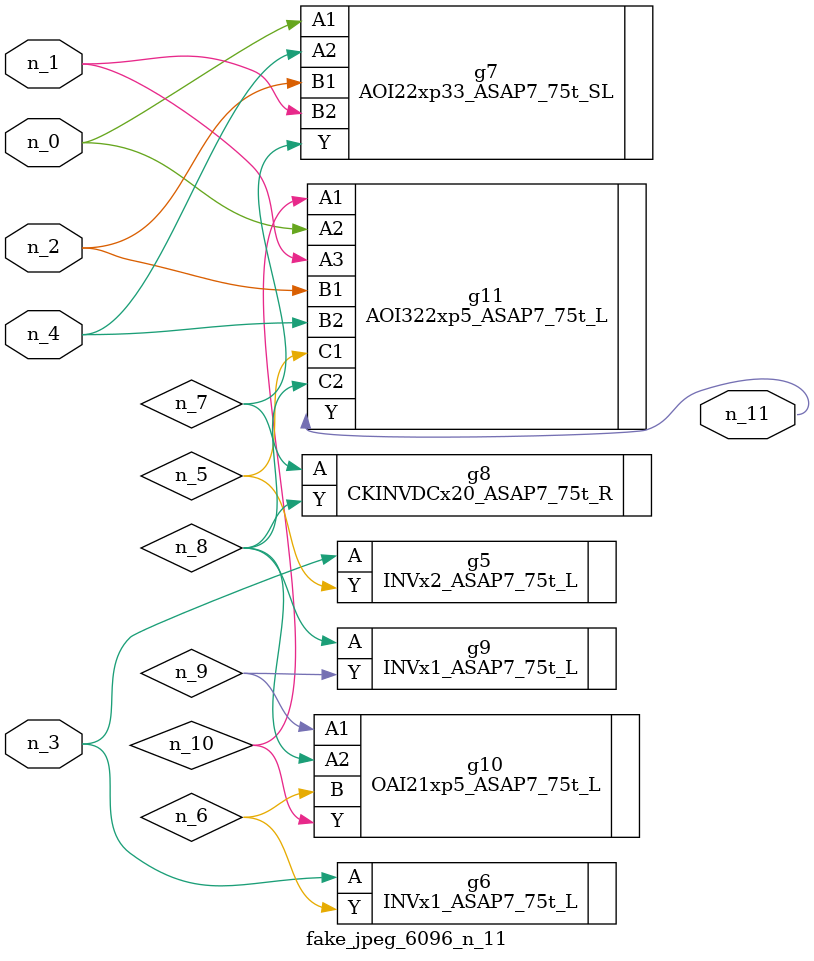
<source format=v>
module fake_jpeg_6096_n_11 (n_3, n_2, n_1, n_0, n_4, n_11);

input n_3;
input n_2;
input n_1;
input n_0;
input n_4;

output n_11;

wire n_10;
wire n_8;
wire n_9;
wire n_6;
wire n_5;
wire n_7;

INVx2_ASAP7_75t_L g5 ( 
.A(n_3),
.Y(n_5)
);

INVx1_ASAP7_75t_L g6 ( 
.A(n_3),
.Y(n_6)
);

AOI22xp33_ASAP7_75t_SL g7 ( 
.A1(n_0),
.A2(n_4),
.B1(n_2),
.B2(n_1),
.Y(n_7)
);

CKINVDCx20_ASAP7_75t_R g8 ( 
.A(n_7),
.Y(n_8)
);

INVx1_ASAP7_75t_L g9 ( 
.A(n_8),
.Y(n_9)
);

OAI21xp5_ASAP7_75t_L g10 ( 
.A1(n_9),
.A2(n_8),
.B(n_6),
.Y(n_10)
);

AOI322xp5_ASAP7_75t_L g11 ( 
.A1(n_10),
.A2(n_0),
.A3(n_1),
.B1(n_2),
.B2(n_4),
.C1(n_5),
.C2(n_8),
.Y(n_11)
);


endmodule
</source>
